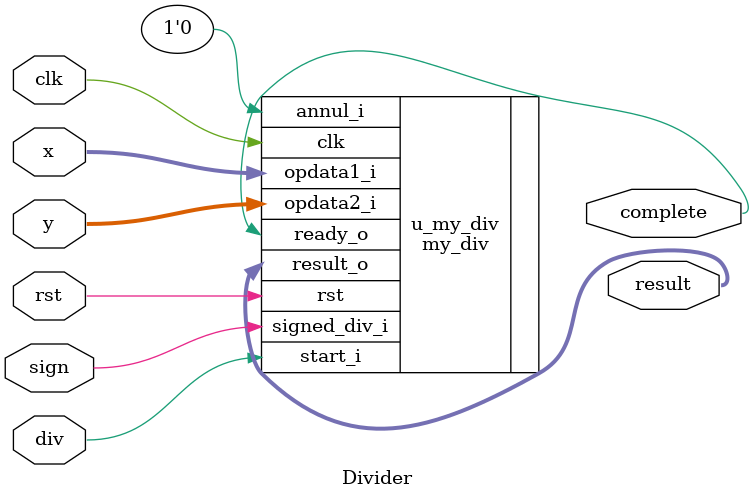
<source format=v>
module Divider(
	input clk,
	input rst,
	input div,
	input sign, 
	input [31:0] x,
	input [31:0] y, 
	output [63:0] result,
	output complete
);

my_div u_my_div(
	.clk(clk),
	.rst(rst),
   
	.signed_div_i(sign),
	.opdata1_i(x),
	.opdata2_i(y),
	.start_i(div),
	.annul_i(1'b0),
 
	.result_o(result),
	.ready_o(complete)
);

endmodule
</source>
